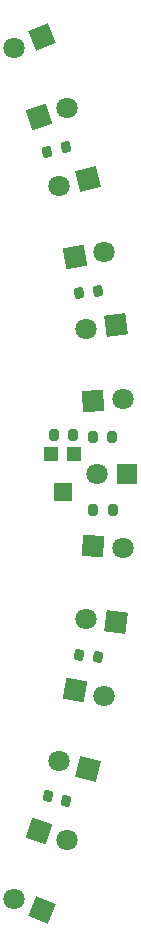
<source format=gbr>
%TF.GenerationSoftware,KiCad,Pcbnew,7.0.9*%
%TF.CreationDate,2024-06-22T15:47:22+09:00*%
%TF.ProjectId,Side_Line,53696465-5f4c-4696-9e65-2e6b69636164,rev?*%
%TF.SameCoordinates,Original*%
%TF.FileFunction,Soldermask,Bot*%
%TF.FilePolarity,Negative*%
%FSLAX46Y46*%
G04 Gerber Fmt 4.6, Leading zero omitted, Abs format (unit mm)*
G04 Created by KiCad (PCBNEW 7.0.9) date 2024-06-22 15:47:22*
%MOMM*%
%LPD*%
G01*
G04 APERTURE LIST*
G04 Aperture macros list*
%AMRoundRect*
0 Rectangle with rounded corners*
0 $1 Rounding radius*
0 $2 $3 $4 $5 $6 $7 $8 $9 X,Y pos of 4 corners*
0 Add a 4 corners polygon primitive as box body*
4,1,4,$2,$3,$4,$5,$6,$7,$8,$9,$2,$3,0*
0 Add four circle primitives for the rounded corners*
1,1,$1+$1,$2,$3*
1,1,$1+$1,$4,$5*
1,1,$1+$1,$6,$7*
1,1,$1+$1,$8,$9*
0 Add four rect primitives between the rounded corners*
20,1,$1+$1,$2,$3,$4,$5,0*
20,1,$1+$1,$4,$5,$6,$7,0*
20,1,$1+$1,$6,$7,$8,$9,0*
20,1,$1+$1,$8,$9,$2,$3,0*%
%AMRotRect*
0 Rectangle, with rotation*
0 The origin of the aperture is its center*
0 $1 length*
0 $2 width*
0 $3 Rotation angle, in degrees counterclockwise*
0 Add horizontal line*
21,1,$1,$2,0,0,$3*%
G04 Aperture macros list end*
%ADD10RotRect,1.800000X1.800000X165.600000*%
%ADD11C,1.800000*%
%ADD12RoundRect,0.200000X-0.163956X-0.297898X0.232890X-0.247765X0.163956X0.297898X-0.232890X0.247765X0*%
%ADD13RotRect,1.800000X1.800000X172.800000*%
%ADD14RotRect,1.800000X1.800000X10.800000*%
%ADD15RoundRect,0.200000X-0.200000X-0.275000X0.200000X-0.275000X0.200000X0.275000X-0.200000X0.275000X0*%
%ADD16R,1.800000X1.800000*%
%ADD17RotRect,1.800000X1.800000X201.600000*%
%ADD18RotRect,1.800000X1.800000X3.600000*%
%ADD19RotRect,1.800000X1.800000X194.400000*%
%ADD20RoundRect,0.200000X-0.125327X-0.316098X0.262106X-0.216622X0.125327X0.316098X-0.262106X0.216622X0*%
%ADD21RoundRect,0.200000X0.200000X0.275000X-0.200000X0.275000X-0.200000X-0.275000X0.200000X-0.275000X0*%
%ADD22RotRect,1.800000X1.800000X342.000000*%
%ADD23RotRect,1.800000X1.800000X158.400000*%
%ADD24RoundRect,0.200000X-0.232890X-0.247765X0.163956X-0.297898X0.232890X0.247765X-0.163956X0.297898X0*%
%ADD25RoundRect,0.200000X-0.262106X-0.216622X0.125327X-0.316098X0.262106X0.216622X-0.125327X0.316098X0*%
%ADD26RotRect,1.800000X1.800000X356.400000*%
%ADD27RotRect,1.800000X1.800000X187.200000*%
%ADD28RotRect,1.800000X1.800000X18.000000*%
%ADD29RotRect,1.800000X1.800000X349.200000*%
%ADD30R,1.200000X1.200000*%
%ADD31R,1.600000X1.500000*%
G04 APERTURE END LIST*
D10*
%TO.C,Q6*%
X249644629Y-126515729D03*
D11*
X247184428Y-125884057D03*
%TD*%
D12*
%TO.C,R2*%
X248860845Y-86239528D03*
X250497835Y-86032728D03*
%TD*%
D13*
%TO.C,Q5*%
X252000595Y-114131277D03*
D11*
X249480624Y-113812931D03*
%TD*%
D14*
%TO.C,D2*%
X248493341Y-83217500D03*
D11*
X250988351Y-82741551D03*
%TD*%
D15*
%TO.C,R4*%
X250050800Y-104648000D03*
X251700800Y-104648000D03*
%TD*%
D16*
%TO.C,Q4*%
X252907800Y-101549200D03*
D11*
X250367800Y-101549200D03*
%TD*%
D17*
%TO.C,Q1*%
X245717656Y-64598290D03*
D11*
X243356024Y-65533326D03*
%TD*%
D18*
%TO.C,D3*%
X250049534Y-95405512D03*
D11*
X252584522Y-95246024D03*
%TD*%
D15*
%TO.C,R3*%
X250025400Y-98450400D03*
X251675400Y-98450400D03*
%TD*%
D19*
%TO.C,Q2*%
X249619362Y-76585863D03*
D11*
X247159161Y-77217535D03*
%TD*%
D20*
%TO.C,R1*%
X246175045Y-74270900D03*
X247773207Y-73860562D03*
%TD*%
D21*
%TO.C,R7*%
X248373400Y-98247200D03*
X246723400Y-98247200D03*
%TD*%
D22*
%TO.C,D6*%
X245463073Y-131784611D03*
D11*
X247878757Y-132569514D03*
%TD*%
D23*
%TO.C,Q7*%
X245755057Y-138507245D03*
D11*
X243393425Y-137572209D03*
%TD*%
D24*
%TO.C,R5*%
X248873578Y-116859672D03*
X250510568Y-117066472D03*
%TD*%
D25*
%TO.C,R6*%
X246200311Y-128830690D03*
X247798473Y-129241028D03*
%TD*%
D26*
%TO.C,D4*%
X250055913Y-107693089D03*
D11*
X252590901Y-107852577D03*
%TD*%
D27*
%TO.C,Q3*%
X251987861Y-88967924D03*
D11*
X249467890Y-89286270D03*
%TD*%
D28*
%TO.C,D1*%
X245431677Y-71318761D03*
D11*
X247847361Y-70533858D03*
%TD*%
D29*
%TO.C,D5*%
X248522200Y-119884574D03*
D11*
X251017210Y-120360523D03*
%TD*%
D30*
%TO.C,RV1*%
X246472200Y-99876200D03*
D31*
X247472200Y-103126200D03*
D30*
X248472200Y-99876200D03*
%TD*%
M02*

</source>
